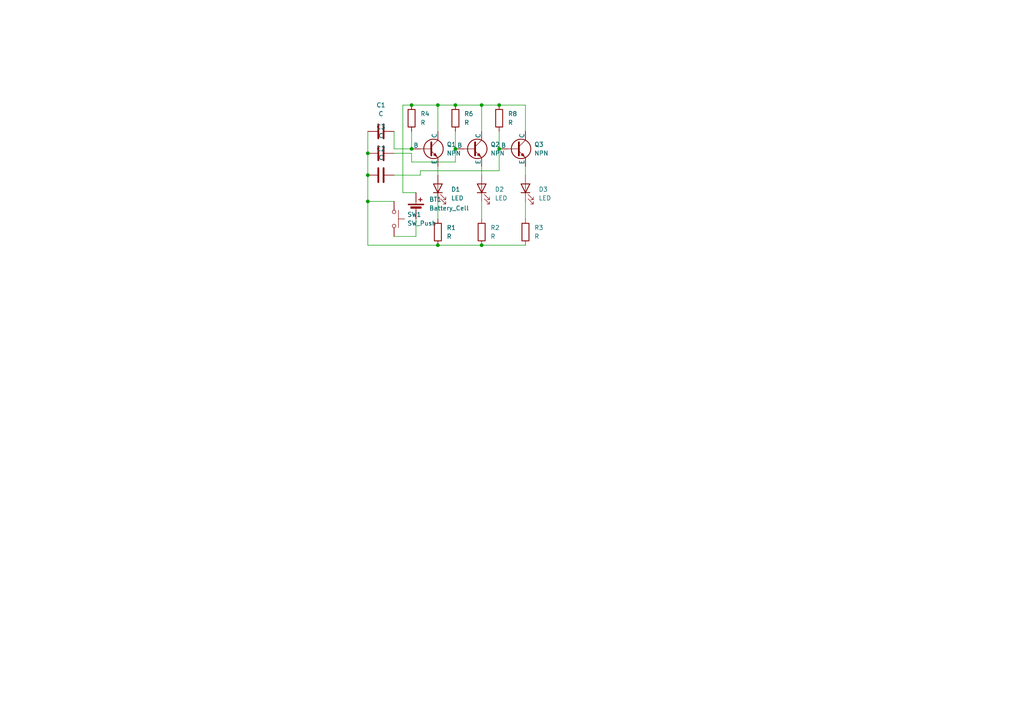
<source format=kicad_sch>
(kicad_sch (version 20250114) (generator "eeschema") (generator_version "9.0")
  (paper "A4")
  (lib_symbols
    (symbol "Device:Battery_Cell" (pin_numbers (hide yes)) (pin_names (offset 0) (hide yes))
      (property "Reference" "BT" (at 2.54 2.54 0))
      (property "Value" "Battery_Cell" (at 2.54 0 0))
      (symbol "Battery_Cell_0_1"
        (rectangle (start -2.286 1.778) (end 2.286 1.524) (fill (type outline)))
        (rectangle (start -1.524 1.016) (end 1.524 0.508) (fill (type outline)))
        (polyline (pts (xy 0 1.778) (xy 0 2.54)))
        (polyline (pts (xy 0 0.762) (xy 0 0)))
        (polyline (pts (xy 0.762 3.048) (xy 1.778 3.048)) (stroke (width 0.254)))
        (polyline (pts (xy 1.27 3.556) (xy 1.27 2.54)) (stroke (width 0.254)))
      )
      (symbol "Battery_Cell_1_1"
        (pin passive line (at 0 5.08 270) (length 2.54) (name "+") (number "1"))
        (pin passive line (at 0 -2.54 90) (length 2.54) (name "-") (number "2"))
      )
    )
    (symbol "Device:C" (pin_numbers (hide yes)) (pin_names (offset 0.254))
      (property "Reference" "C" (at 0.635 2.54 0))
      (property "Value" "C" (at 0.635 -2.54 0))
      (symbol "C_0_1"
        (polyline (pts (xy -2.032 0.762) (xy 2.032 0.762)) (stroke (width 0.508)))
        (polyline (pts (xy -2.032 -0.762) (xy 2.032 -0.762)) (stroke (width 0.508)))
      )
      (symbol "C_1_1"
        (pin passive line (at 0 3.81 270) (length 2.794) (name "~") (number "1"))
        (pin passive line (at 0 -3.81 90) (length 2.794) (name "~") (number "2"))
      )
    )
    (symbol "Device:LED" (pin_numbers (hide yes)) (pin_names (offset 1.016) (hide yes))
      (property "Reference" "D" (at 0 2.54 0))
      (property "Value" "LED" (at 0 -2.54 0))
      (symbol "LED_0_1"
        (polyline (pts (xy -3.048 -0.762) (xy -4.572 -2.286) (xy -3.81 -2.286) (xy -4.572 -2.286) (xy -4.572 -1.524)))
        (polyline (pts (xy -1.778 -0.762) (xy -3.302 -2.286) (xy -2.54 -2.286) (xy -3.302 -2.286) (xy -3.302 -1.524)))
        (polyline (pts (xy -1.27 0) (xy 1.27 0)))
        (polyline (pts (xy -1.27 -1.27) (xy -1.27 1.27)) (stroke (width 0.254)))
        (polyline (pts (xy 1.27 -1.27) (xy 1.27 1.27) (xy -1.27 0) (xy 1.27 -1.27)) (stroke (width 0.254)))
      )
      (symbol "LED_1_1"
        (pin passive line (at -3.81 0 0) (length 2.54) (name "K") (number "1"))
        (pin passive line (at 3.81 0 180) (length 2.54) (name "A") (number "2"))
      )
    )
    (symbol "Device:R" (pin_numbers (hide yes)) (pin_names (offset 0))
      (property "Reference" "R" (at 2.032 0 90))
      (property "Value" "R" (at 0 0 90))
      (symbol "R_0_1"
        (rectangle (start -1.016 -2.54) (end 1.016 2.54) (stroke (width 0.254)))
      )
      (symbol "R_1_1"
        (pin passive line (at 0 3.81 270) (length 1.27) (name "~") (number "1"))
        (pin passive line (at 0 -3.81 90) (length 1.27) (name "~") (number "2"))
      )
    )
    (symbol "Simulation_SPICE:NPN" (pin_numbers (hide yes)) (pin_names (offset 0))
      (property "Reference" "Q" (at -2.54 7.62 0))
      (property "Value" "NPN" (at -2.54 5.08 0))
      (symbol "NPN_0_1"
        (polyline (pts (xy -2.54 0) (xy 0.635 0)) (stroke (width 0.1524)))
        (polyline (pts (xy 0.635 1.905) (xy 0.635 -1.905) (xy 0.635 -1.905)) (stroke (width 0.508)))
        (polyline (pts (xy 0.635 0.635) (xy 2.54 2.54)))
        (polyline (pts (xy 0.635 -0.635) (xy 2.54 -2.54) (xy 2.54 -2.54)))
        (circle (center 1.27 0) (radius 2.8194) (stroke (width 0.254)))
        (polyline (pts (xy 1.27 -1.778) (xy 1.778 -1.27) (xy 2.286 -2.286) (xy 1.27 -1.778) (xy 1.27 -1.778)) (fill (type outline)))
        (polyline (pts (xy 2.794 -1.27) (xy 2.794 -1.27)) (stroke (width 0.1524)))
        (polyline (pts (xy 2.794 -1.27) (xy 2.794 -1.27)) (stroke (width 0.1524)))
      )
      (symbol "NPN_1_1"
        (pin input line (at -5.08 0 0) (length 2.54) (name "B") (number "2"))
        (pin open_collector line (at 2.54 5.08 270) (length 2.54) (name "C") (number "1"))
        (pin open_emitter line (at 2.54 -5.08 90) (length 2.54) (name "E") (number "3"))
      )
    )
    (symbol "Switch:SW_Push" (pin_numbers (hide yes)) (pin_names (offset 1.016) (hide yes))
      (property "Reference" "SW" (at 1.27 2.54 0))
      (property "Value" "SW_Push" (at 0 -1.524 0))
      (symbol "SW_Push_0_1"
        (circle (center -2.032 0) (radius 0.508))
        (polyline (pts (xy 0 1.27) (xy 0 3.048)))
        (circle (center 2.032 0) (radius 0.508))
        (polyline (pts (xy 2.54 1.27) (xy -2.54 1.27)))
        (pin passive line (at -5.08 0 0) (length 2.54) (name "1") (number "1"))
        (pin passive line (at 5.08 0 180) (length 2.54) (name "2") (number "2"))
      )
    )
  )
  (junction (at 106.68 44.45))
  (junction (at 132.08 43.18))
  (junction (at 127 71.12))
  (junction (at 119.38 43.18))
  (junction (at 139.7 71.12))
  (junction (at 127 30.48))
  (junction (at 132.08 30.48))
  (junction (at 144.78 30.48))
  (junction (at 119.38 30.48))
  (junction (at 144.78 43.18))
  (junction (at 139.7 30.48))
  (junction (at 106.68 58.42))
  (junction (at 106.68 50.8))
  (wire (pts (xy 106.68 38.1) (xy 106.68 44.45)))
  (wire (pts (xy 114.3 50.8) (xy 121.92 50.8)))
  (wire (pts (xy 127 58.42) (xy 127 63.5)))
  (wire (pts (xy 127 30.48) (xy 132.08 30.48)))
  (wire (pts (xy 139.7 30.48) (xy 144.78 30.48)))
  (wire (pts (xy 127 48.26) (xy 127 50.8)))
  (wire (pts (xy 144.78 49.53) (xy 144.78 43.18)))
  (wire (pts (xy 152.4 48.26) (xy 152.4 50.8)))
  (wire (pts (xy 119.38 30.48) (xy 116.84 30.48)))
  (wire (pts (xy 121.92 49.53) (xy 144.78 49.53)))
  (wire (pts (xy 114.3 38.1) (xy 114.3 43.18)))
  (wire (pts (xy 152.4 30.48) (xy 152.4 38.1)))
  (wire (pts (xy 114.3 58.42) (xy 106.68 58.42)))
  (wire (pts (xy 132.08 46.99) (xy 132.08 43.18)))
  (wire (pts (xy 121.92 50.8) (xy 121.92 49.53)))
  (wire (pts (xy 106.68 71.12) (xy 127 71.12)))
  (wire (pts (xy 144.78 30.48) (xy 152.4 30.48)))
  (wire (pts (xy 114.3 44.45) (xy 119.38 44.45)))
  (wire (pts (xy 120.65 68.58) (xy 114.3 68.58)))
  (wire (pts (xy 139.7 30.48) (xy 139.7 38.1)))
  (wire (pts (xy 139.7 58.42) (xy 139.7 63.5)))
  (wire (pts (xy 119.38 44.45) (xy 119.38 46.99)))
  (wire (pts (xy 144.78 38.1) (xy 144.78 43.18)))
  (wire (pts (xy 127 30.48) (xy 127 38.1)))
  (wire (pts (xy 139.7 71.12) (xy 152.4 71.12)))
  (wire (pts (xy 120.65 63.5) (xy 120.65 68.58)))
  (wire (pts (xy 119.38 38.1) (xy 119.38 43.18)))
  (wire (pts (xy 106.68 50.8) (xy 106.68 58.42)))
  (wire (pts (xy 106.68 44.45) (xy 106.68 50.8)))
  (wire (pts (xy 132.08 30.48) (xy 139.7 30.48)))
  (wire (pts (xy 116.84 55.88) (xy 120.65 55.88)))
  (wire (pts (xy 152.4 58.42) (xy 152.4 63.5)))
  (wire (pts (xy 132.08 38.1) (xy 132.08 43.18)))
  (wire (pts (xy 139.7 48.26) (xy 139.7 50.8)))
  (wire (pts (xy 119.38 30.48) (xy 127 30.48)))
  (wire (pts (xy 114.3 43.18) (xy 119.38 43.18)))
  (wire (pts (xy 116.84 30.48) (xy 116.84 55.88)))
  (wire (pts (xy 106.68 58.42) (xy 106.68 71.12)))
  (wire (pts (xy 119.38 46.99) (xy 132.08 46.99)))
  (wire (pts (xy 127 71.12) (xy 139.7 71.12)))
  (symbol (lib_id "Device:R") (at 152.4 67.31 0) (unit 1)
    (property "Reference" "R3" (at 154.94 66.0399 0) (effects (justify left)))
    (property "Value" "R" (at 154.94 68.5799 0) (effects (justify left)))
    (property "Footprint" "Resistor_THT:R_Axial_DIN0207_L6.3mm_D2.5mm_P7.62mm_Horizontal" (effects (hide yes)))
    (property "Description" "Resistor" (effects (hide yes)))
  )
  (symbol (lib_id "Device:LED") (at 152.4 54.61 90) (unit 1)
    (property "Reference" "D3" (at 156.21 54.9274 90) (effects (justify right)))
    (property "Value" "LED" (at 156.21 57.4674 90) (effects (justify right)))
    (property "Footprint" "LED_THT:LED_D5.0mm" (effects (hide yes)))
    (property "Description" "Light emitting diode" (effects (hide yes)))
    (property "Sim.Pins" "1=K 2=A" (effects (hide yes)))
  )
  (symbol (lib_id "Switch:SW_Push") (at 114.3 63.5 270) (unit 1)
    (property "Reference" "SW1" (at 118.11 62.2299 90) (effects (justify left)))
    (property "Value" "SW_Push" (at 118.11 64.7699 90) (effects (justify left)))
    (property "Footprint" "Button_Switch_THT:SW_PUSH_6mm" (effects (hide yes)))
    (property "Description" "Push button switch, generic, two pins" (effects (hide yes)))
  )
  (symbol (lib_id "Device:Battery_Cell") (at 120.65 60.96 0) (unit 1)
    (property "Reference" "BT1" (at 124.46 57.8484 0) (effects (justify left)))
    (property "Value" "Battery_Cell" (at 124.46 60.3884 0) (effects (justify left)))
    (property "Footprint" "Battery:BatteryHolder_Keystone_3034_1x20mm" (effects (hide yes)))
    (property "Description" "Single-cell battery" (effects (hide yes)))
  )
  (symbol (lib_id "Device:R") (at 119.38 34.29 0) (unit 1)
    (property "Reference" "R4" (at 121.92 33.0199 0) (effects (justify left)))
    (property "Value" "R" (at 121.92 35.5599 0) (effects (justify left)))
    (property "Footprint" "Resistor_THT:R_Axial_DIN0207_L6.3mm_D2.5mm_P7.62mm_Horizontal" (effects (hide yes)))
    (property "Description" "Resistor" (effects (hide yes)))
  )
  (symbol (lib_id "Device:C") (at 110.49 38.1 90) (unit 1)
    (property "Reference" "C1" (at 110.49 30.48 90))
    (property "Value" "C" (at 110.49 33.02 90))
    (property "Footprint" "Capacitor_THT:CP_Radial_D8.0mm_P5.00mm" (effects (hide yes)))
    (property "Description" "Unpolarized capacitor" (effects (hide yes)))
  )
  (symbol (lib_id "Simulation_SPICE:NPN") (at 124.46 43.18 0) (unit 1)
    (property "Reference" "Q1" (at 129.54 41.9099 0) (effects (justify left)))
    (property "Value" "NPN" (at 129.54 44.4499 0) (effects (justify left)))
    (property "Footprint" "Package_TO_SOT_THT:TO-92L_HandSolder" (effects (hide yes)))
    (property "Datasheet" "https://ngspice.sourceforge.io/docs/ngspice-html-manual/manual.xhtml#cha_BJTs" (effects (hide yes)))
    (property "Description" "Bipolar transistor symbol for simulation only, substrate tied to the emitter" (effects (hide yes)))
    (property "Sim.Device" "NPN" (effects (hide yes)))
    (property "Sim.Type" "GUMMELPOON" (effects (hide yes)))
    (property "Sim.Pins" "1=C 2=B 3=E" (effects (hide yes)))
  )
  (symbol (lib_id "Device:LED") (at 139.7 54.61 90) (unit 1)
    (property "Reference" "D2" (at 143.51 54.9274 90) (effects (justify right)))
    (property "Value" "LED" (at 143.51 57.4674 90) (effects (justify right)))
    (property "Footprint" "LED_THT:LED_D5.0mm" (effects (hide yes)))
    (property "Description" "Light emitting diode" (effects (hide yes)))
    (property "Sim.Pins" "1=K 2=A" (effects (hide yes)))
  )
  (symbol (lib_id "Device:LED") (at 127 54.61 90) (unit 1)
    (property "Reference" "D1" (at 130.81 54.9274 90) (effects (justify right)))
    (property "Value" "LED" (at 130.81 57.4674 90) (effects (justify right)))
    (property "Footprint" "LED_THT:LED_D5.0mm" (effects (hide yes)))
    (property "Description" "Light emitting diode" (effects (hide yes)))
    (property "Sim.Pins" "1=K 2=A" (effects (hide yes)))
  )
  (symbol (lib_id "Simulation_SPICE:NPN") (at 149.86 43.18 0) (unit 1)
    (property "Reference" "Q3" (at 154.94 41.9099 0) (effects (justify left)))
    (property "Value" "NPN" (at 154.94 44.4499 0) (effects (justify left)))
    (property "Footprint" "Package_TO_SOT_THT:TO-92L_HandSolder" (effects (hide yes)))
    (property "Datasheet" "https://ngspice.sourceforge.io/docs/ngspice-html-manual/manual.xhtml#cha_BJTs" (effects (hide yes)))
    (property "Description" "Bipolar transistor symbol for simulation only, substrate tied to the emitter" (effects (hide yes)))
    (property "Sim.Device" "NPN" (effects (hide yes)))
    (property "Sim.Type" "GUMMELPOON" (effects (hide yes)))
    (property "Sim.Pins" "1=C 2=B 3=E" (effects (hide yes)))
  )
  (symbol (lib_id "Device:R") (at 144.78 34.29 0) (unit 1)
    (property "Reference" "R8" (at 147.32 33.0199 0) (effects (justify left)))
    (property "Value" "R" (at 147.32 35.5599 0) (effects (justify left)))
    (property "Footprint" "Resistor_THT:R_Axial_DIN0207_L6.3mm_D2.5mm_P7.62mm_Horizontal" (effects (hide yes)))
    (property "Description" "Resistor" (effects (hide yes)))
  )
  (symbol (lib_id "Device:R") (at 127 67.31 0) (unit 1)
    (property "Reference" "R1" (at 129.54 66.0399 0) (effects (justify left)))
    (property "Value" "R" (at 129.54 68.5799 0) (effects (justify left)))
    (property "Footprint" "Resistor_THT:R_Axial_DIN0207_L6.3mm_D2.5mm_P7.62mm_Horizontal" (effects (hide yes)))
    (property "Description" "Resistor" (effects (hide yes)))
  )
  (symbol (lib_id "Device:C") (at 110.49 44.45 90) (unit 1)
    (property "Reference" "C3" (at 110.49 36.83 90))
    (property "Value" "C" (at 110.49 39.37 90))
    (property "Footprint" "Capacitor_THT:CP_Radial_D8.0mm_P5.00mm" (effects (hide yes)))
    (property "Description" "Unpolarized capacitor" (effects (hide yes)))
  )
  (symbol (lib_id "Device:R") (at 139.7 67.31 0) (unit 1)
    (property "Reference" "R2" (at 142.24 66.0399 0) (effects (justify left)))
    (property "Value" "R" (at 142.24 68.5799 0) (effects (justify left)))
    (property "Footprint" "Resistor_THT:R_Axial_DIN0207_L6.3mm_D2.5mm_P7.62mm_Horizontal" (effects (hide yes)))
    (property "Description" "Resistor" (effects (hide yes)))
  )
  (symbol (lib_id "Device:C") (at 110.49 50.8 90) (unit 1)
    (property "Reference" "C2" (at 110.49 43.18 90))
    (property "Value" "C" (at 110.49 45.72 90))
    (property "Footprint" "Capacitor_THT:CP_Radial_D8.0mm_P5.00mm" (effects (hide yes)))
    (property "Description" "Unpolarized capacitor" (effects (hide yes)))
  )
  (symbol (lib_id "Device:R") (at 132.08 34.29 0) (unit 1)
    (property "Reference" "R6" (at 134.62 33.0199 0) (effects (justify left)))
    (property "Value" "R" (at 134.62 35.5599 0) (effects (justify left)))
    (property "Footprint" "Resistor_THT:R_Axial_DIN0207_L6.3mm_D2.5mm_P7.62mm_Horizontal" (effects (hide yes)))
    (property "Description" "Resistor" (effects (hide yes)))
  )
  (symbol (lib_id "Simulation_SPICE:NPN") (at 137.16 43.18 0) (unit 1)
    (property "Reference" "Q2" (at 142.24 41.9099 0) (effects (justify left)))
    (property "Value" "NPN" (at 142.24 44.4499 0) (effects (justify left)))
    (property "Footprint" "Package_TO_SOT_THT:TO-92L_HandSolder" (effects (hide yes)))
    (property "Datasheet" "https://ngspice.sourceforge.io/docs/ngspice-html-manual/manual.xhtml#cha_BJTs" (effects (hide yes)))
    (property "Description" "Bipolar transistor symbol for simulation only, substrate tied to the emitter" (effects (hide yes)))
    (property "Sim.Device" "NPN" (effects (hide yes)))
    (property "Sim.Type" "GUMMELPOON" (effects (hide yes)))
    (property "Sim.Pins" "1=C 2=B 3=E" (effects (hide yes)))
  )
)
</source>
